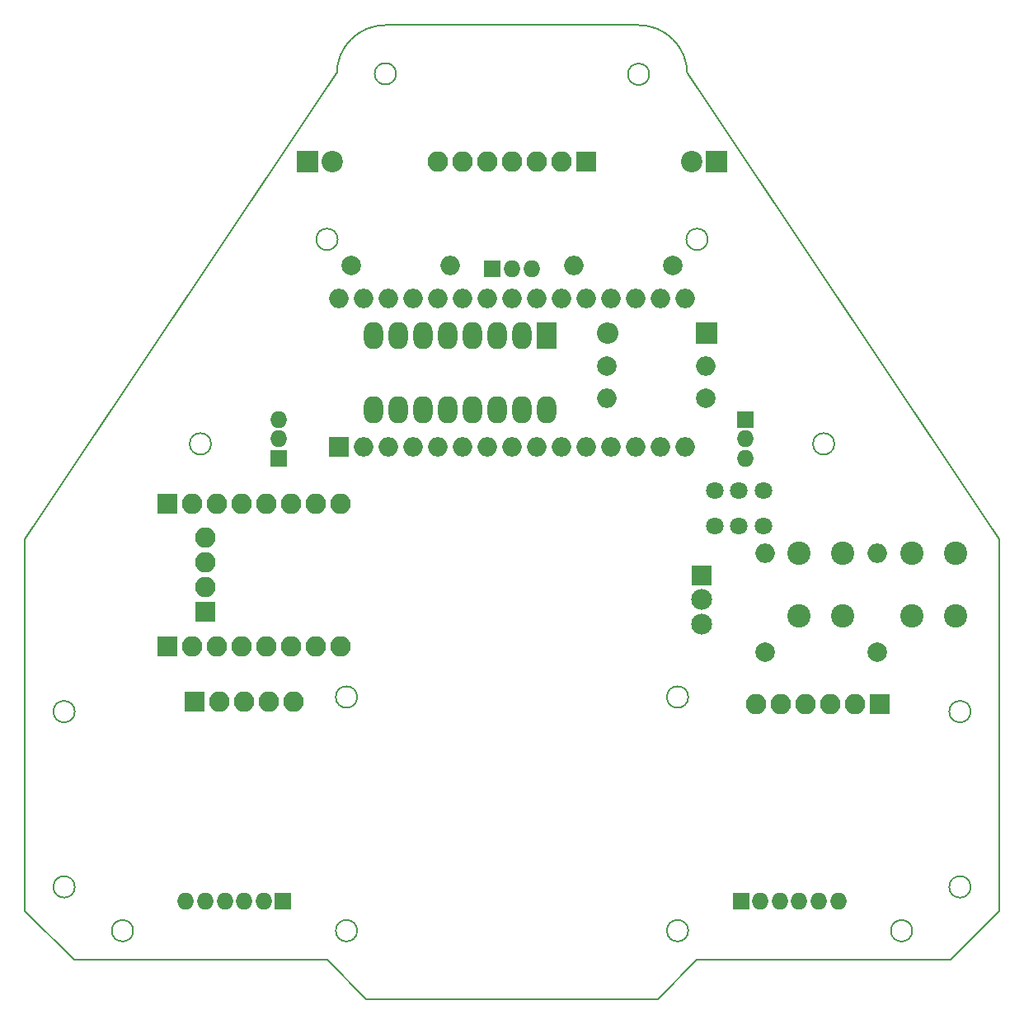
<source format=gbs>
G04 #@! TF.FileFunction,Soldermask,Bot*
%FSLAX46Y46*%
G04 Gerber Fmt 4.6, Leading zero omitted, Abs format (unit mm)*
G04 Created by KiCad (PCBNEW 4.0.6) date 07/01/17 21:29:28*
%MOMM*%
%LPD*%
G01*
G04 APERTURE LIST*
%ADD10C,0.100000*%
%ADD11C,0.150000*%
%ADD12R,2.000000X2.000000*%
%ADD13O,2.000000X2.000000*%
%ADD14R,2.200000X2.200000*%
%ADD15C,2.200000*%
%ADD16O,2.200000X2.200000*%
%ADD17R,2.150000X2.150000*%
%ADD18C,2.150000*%
%ADD19C,2.000000*%
%ADD20C,1.800000*%
%ADD21R,2.000000X2.800000*%
%ADD22O,2.000000X2.800000*%
%ADD23C,2.400000*%
%ADD24R,2.100000X2.100000*%
%ADD25O,2.100000X2.100000*%
%ADD26R,1.750000X1.750000*%
%ADD27O,1.750000X1.750000*%
G04 APERTURE END LIST*
D10*
D11*
X37000000Y100000000D02*
X63000000Y100000000D01*
X100000000Y47200000D02*
X68000000Y95000000D01*
X68000000Y95000000D02*
G75*
G03X63000000Y100000000I-5000000J0D01*
G01*
X32000000Y95000000D02*
X0Y47200000D01*
X37000000Y100000000D02*
G75*
G03X32000000Y95000000I0J-5000000D01*
G01*
X83100000Y57000000D02*
G75*
G03X83100000Y57000000I-1100000J0D01*
G01*
X19100000Y57000000D02*
G75*
G03X19100000Y57000000I-1100000J0D01*
G01*
X70100000Y78000000D02*
G75*
G03X70100000Y78000000I-1100000J0D01*
G01*
X32100000Y78000000D02*
G75*
G03X32100000Y78000000I-1100000J0D01*
G01*
X64100000Y94950000D02*
G75*
G03X64100000Y94950000I-1100000J0D01*
G01*
X38100000Y95000000D02*
G75*
G03X38100000Y95000000I-1100000J0D01*
G01*
X34100000Y31000000D02*
G75*
G03X34100000Y31000000I-1100000J0D01*
G01*
X68100000Y31000000D02*
G75*
G03X68100000Y31000000I-1100000J0D01*
G01*
X68100000Y7000000D02*
G75*
G03X68100000Y7000000I-1100000J0D01*
G01*
X34100000Y7000000D02*
G75*
G03X34100000Y7000000I-1100000J0D01*
G01*
X91100000Y7000000D02*
G75*
G03X91100000Y7000000I-1100000J0D01*
G01*
X11100000Y7000000D02*
G75*
G03X11100000Y7000000I-1100000J0D01*
G01*
X95000000Y4000000D02*
X100000000Y9000000D01*
X69000000Y4000000D02*
X95000000Y4000000D01*
X65000000Y0D02*
X69000000Y4000000D01*
X35000000Y0D02*
X65000000Y0D01*
X5000000Y4000000D02*
X0Y9000000D01*
X31000000Y4000000D02*
X5000000Y4000000D01*
X35000000Y0D02*
X31000000Y4000000D01*
X97100000Y29500000D02*
G75*
G03X97100000Y29500000I-1100000J0D01*
G01*
X97100000Y11500000D02*
G75*
G03X97100000Y11500000I-1100000J0D01*
G01*
X5100000Y11500000D02*
G75*
G03X5100000Y11500000I-1100000J0D01*
G01*
X5100000Y29500000D02*
G75*
G03X5100000Y29500000I-1100000J0D01*
G01*
X0Y47200000D02*
X0Y9000000D01*
X100000000Y9000000D02*
X100000000Y47200000D01*
D12*
X32220000Y56660000D03*
D13*
X65240000Y71900000D03*
X34760000Y56660000D03*
X62700000Y71900000D03*
X37300000Y56660000D03*
X60160000Y71900000D03*
X39840000Y56660000D03*
X57620000Y71900000D03*
X42380000Y56660000D03*
X55080000Y71900000D03*
X44920000Y56660000D03*
X52540000Y71900000D03*
X47460000Y56660000D03*
X50000000Y71900000D03*
X50000000Y56660000D03*
X47460000Y71900000D03*
X52540000Y56660000D03*
X44920000Y71900000D03*
X55080000Y56660000D03*
X42380000Y71900000D03*
X57620000Y56660000D03*
X39840000Y71900000D03*
X60160000Y56660000D03*
X37300000Y71900000D03*
X62700000Y56660000D03*
X34760000Y71900000D03*
X65240000Y56660000D03*
X32220000Y71900000D03*
X67780000Y56660000D03*
X67780000Y71900000D03*
D14*
X29000000Y86000000D03*
D15*
X31540000Y86000000D03*
D14*
X71000000Y86000000D03*
D15*
X68460000Y86000000D03*
D14*
X70000000Y68400000D03*
D16*
X59840000Y68400000D03*
D17*
X69500000Y43500000D03*
D18*
X69500000Y41000000D03*
X69500000Y38500000D03*
D19*
X33500000Y75300000D03*
D13*
X43660000Y75300000D03*
D19*
X66500000Y75300000D03*
D13*
X56340000Y75300000D03*
D19*
X75950000Y35640000D03*
D13*
X75950000Y45800000D03*
D19*
X87500000Y35640000D03*
D13*
X87500000Y45800000D03*
D19*
X59740000Y65000000D03*
D13*
X69900000Y65000000D03*
D19*
X69900000Y61700000D03*
D13*
X59740000Y61700000D03*
D20*
X75800000Y48600000D03*
X75800000Y52200000D03*
X73300000Y48600000D03*
X70800000Y48600000D03*
X70800000Y52200000D03*
X73300000Y52200000D03*
D21*
X53580000Y68120000D03*
D22*
X35800000Y60500000D03*
X51040000Y68120000D03*
X38340000Y60500000D03*
X48500000Y68120000D03*
X40880000Y60500000D03*
X45960000Y68120000D03*
X43420000Y60500000D03*
X43420000Y68120000D03*
X45960000Y60500000D03*
X40880000Y68120000D03*
X48500000Y60500000D03*
X38340000Y68120000D03*
X51040000Y60500000D03*
X35800000Y68120000D03*
X53580000Y60500000D03*
D23*
X83950000Y39300000D03*
X79450000Y39300000D03*
X83950000Y45800000D03*
X79450000Y45800000D03*
X95550000Y39300000D03*
X91050000Y39300000D03*
X95550000Y45800000D03*
X91050000Y45800000D03*
D24*
X14635931Y36180839D03*
D25*
X17175931Y36180839D03*
X19715931Y36180839D03*
X22255931Y36180839D03*
X24795931Y36180839D03*
X27335931Y36180839D03*
X29875931Y36180839D03*
X32415931Y36180839D03*
D24*
X14635931Y50880839D03*
D25*
X17175931Y50880839D03*
X19715931Y50880839D03*
X22255931Y50880839D03*
X24795931Y50880839D03*
X27335931Y50880839D03*
X29875931Y50880839D03*
X32415931Y50880839D03*
D24*
X18500000Y39760000D03*
D25*
X18500000Y42300000D03*
X18500000Y44840000D03*
X18500000Y47380000D03*
D24*
X87740000Y30300000D03*
D25*
X85200000Y30300000D03*
X82660000Y30300000D03*
X80120000Y30300000D03*
X77580000Y30300000D03*
X75040000Y30300000D03*
D24*
X17420000Y30500000D03*
D25*
X19960000Y30500000D03*
X22500000Y30500000D03*
X25040000Y30500000D03*
X27580000Y30500000D03*
D26*
X26500000Y10000000D03*
D27*
X24500000Y10000000D03*
X22500000Y10000000D03*
X20500000Y10000000D03*
X18500000Y10000000D03*
X16500000Y10000000D03*
D26*
X73500000Y10000000D03*
D27*
X75500000Y10000000D03*
X77500000Y10000000D03*
X79500000Y10000000D03*
X81500000Y10000000D03*
X83500000Y10000000D03*
D26*
X26000000Y55500000D03*
D27*
X26000000Y57500000D03*
X26000000Y59500000D03*
D26*
X48000000Y75000000D03*
D27*
X50000000Y75000000D03*
X52000000Y75000000D03*
D26*
X74000000Y59500000D03*
D27*
X74000000Y57500000D03*
X74000000Y55500000D03*
D24*
X57620000Y86000000D03*
D25*
X55080000Y86000000D03*
X52540000Y86000000D03*
X50000000Y86000000D03*
X47460000Y86000000D03*
X44920000Y86000000D03*
X42380000Y86000000D03*
M02*

</source>
